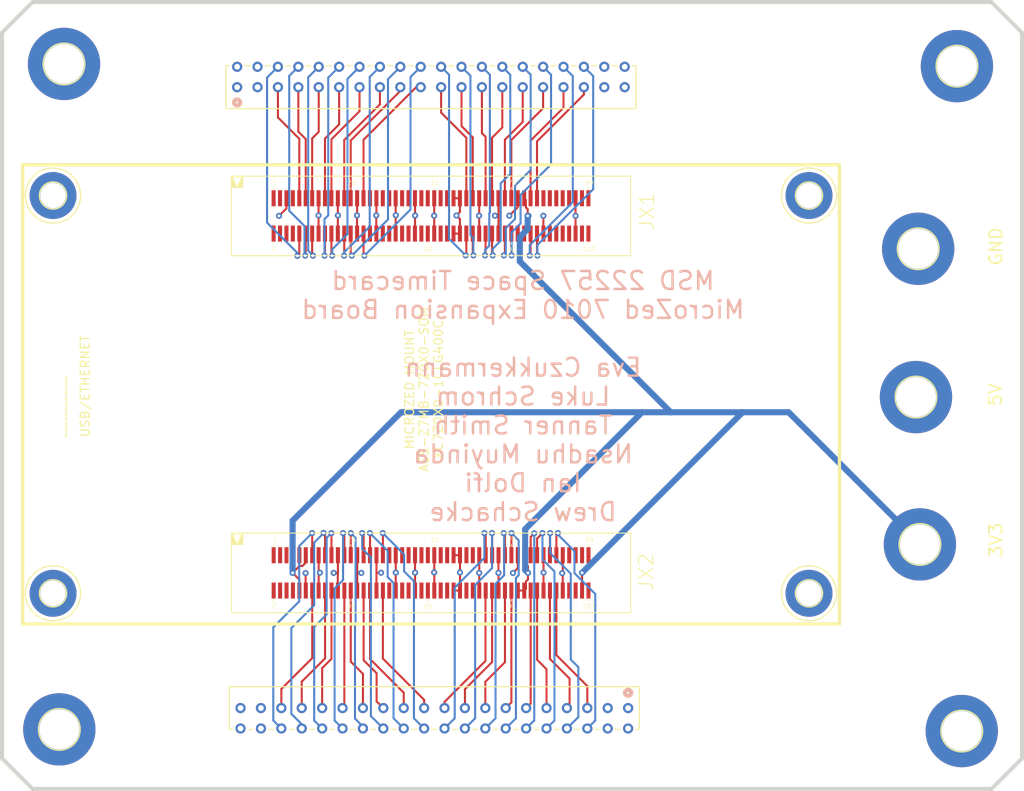
<source format=kicad_pcb>
(kicad_pcb (version 20241229) (generator "pcbnew") (generator_version "9.0")
  (layers (0 "F.Cu" signal) (2 "B.Cu" signal) (13 "F.Paste" user) (15 "B.Paste" user) (5 "F.SilkS" user "F.Silkscreen") (7 "B.SilkS" user "B.Silkscreen") (1 "F.Mask" user) (3 "B.Mask" user) (25 "Edge.Cuts" user))
  (net 0 "")
  (net 1 "GND")
  (net 2 "5V")
  (net 3 "3V3")
  (net 4 "35_J15")
  (net 5 "35_B19")
  (net 6 "35_A20")
  (net 7 "35_D19")
  (net 8 "35_D20")
  (net 9 "35_F16")
  (net 10 "35_F17")
  (net 11 "35_M19")
  (net 12 "35_M20")
  (net 13 "35_K19")
  (net 14 "35_J19")
  (net 15 "35_K17")
  (net 16 "35_K18")
  (net 17 "35_J18")
  (net 18 "35_H18")
  (net 19 "35_F19")
  (net 20 "35_F20")
  (net 21 "35_J20")
  (net 22 "35_H20")
  (net 23 "35_H15")
  (net 24 "35_G15")
  (net 25 "35_L14")
  (net 26 "35_L15")
  (net 27 "35_K16")
  (net 28 "35_J16")
  (net 29 "35_M15")
  (net 30 "35_M14")
  (net 31 "35_N16")
  (net 32 "35_N15")
  (net 33 "35_J14")
  (net 34 "35_K14")
  (net 35 "35_G20")
  (net 36 "35_G19")
  (net 37 "35_G18")
  (net 38 "35_G17")
  (net 39 "35_H17")
  (net 40 "35_H16")
  (net 41 "35_L17")
  (net 42 "35_L16")
  (net 43 "35_M18")
  (net 44 "35_M17")
  (net 45 "35_L20")
  (net 46 "35_L19")
  (net 47 "35_E19")
  (net 48 "35_E18")
  (net 49 "35_D18")
  (net 50 "35_E17")
  (net 51 "35_B20")
  (net 52 "35_C20")
  (net 53 "35_G14")
  (net 54 "34_N20")
  (net 55 "34_P20")
  (net 56 "34_U19")
  (net 57 "34_U18")
  (net 58 "34_W15")
  (net 59 "34_V15")
  (net 60 "34_Y14")
  (net 61 "34_W14")
  (net 62 "34_R14")
  (net 63 "34_P14")
  (net 64 "34_W13")
  (net 65 "34_V12")
  (net 66 "34_U12")
  (net 67 "34_T12")
  (net 68 "34_T19")
  (net 69 "34_V20")
  (net 70 "34_W20")
  (net 71 "34_V16")
  (net 72 "34_W16")
  (net 73 "34_T17")
  (net 74 "34_R18")
  (net 75 "34_W18")
  (net 76 "34_W19")
  (net 77 "34_P15")
  (net 78 "34_P16")
  (net 79 "34_P18")
  (net 80 "34_N17")
  (net 81 "34_V18")
  (net 82 "34_V17")
  (net 83 "34_R17")
  (net 84 "34_R16")
  (net 85 "34_Y19")
  (net 86 "34_Y18")
  (net 87 "34_U20")
  (net 88 "34_T20")
  (net 89 "34_P19")
  (net 90 "34_N18")
  (net 91 "34_U15")
  (net 92 "34_U14")
  (net 93 "34_U17")
  (net 94 "34_T16")
  (net 95 "34_Y17")
  (net 96 "34_Y16")
  (net 97 "34_T15")
  (net 98 "34_T14")
  (net 99 "34_V13")
  (net 100 "34_U13")
  (net 101 "34_T10")
  (net 102 "34_T11")
  (net 103 "34_R19")
  (footprint "ZED_BREAKOUT v32:CON40_2X20_TU_HTS_SAI" (layer "F.Cu") (at 138.826575 145.194737 180)
    (property "Reference" "J2")
    (property "Value" "TD-120-G-AACON40_2X20_TU_HTS_SAI")
  )
  (footprint "ZED_BREAKOUT v32:61083-102402LF_1104291" (layer "F.Cu") (at 116.312125 82.640487)
    (property "Reference" "JX1")
    (property "Value" "61083-102402LF")
  )
  (footprint "ZED_BREAKOUT v32:3,2-PAD" (layer "F.Cu") (at 185.480325 80.100487 180)
    (property "Reference" "E$1" (hide yes))
    (property "Value" "" (hide yes))
  )
  (footprint "ZED_BREAKOUT v32:61083-102402LF_1104291" (layer "F.Cu") (at 116.322125 127.090487)
    (property "Reference" "JX2")
    (property "Value" "61083-102402LF")
  )
  (footprint "ZED_BREAKOUT v32:CON40_2X20_TU_HTS_SAI" (layer "F.Cu") (at 138.401425 65.339912)
    (property "Reference" "J1")
    (property "Value" "TD-120-G-AACON40_2X20_TU_HTS_SAI")
  )
  (footprint "ZED_BREAKOUT v32:5,0-PAD_237" (layer "F.Cu") (at 92.71635 63.717487)
    (property "Reference" "H802" (hide yes))
    (property "Value" "MOUNT-PAD-ROUND5.0" (hide yes))
  )
  (footprint "ZED_BREAKOUT v32:5,0-PAD_237" (layer "F.Cu") (at 204.50175 146.785012)
    (property "Reference" "H804" (hide yes))
    (property "Value" "MOUNT-PAD-ROUND5.0" (hide yes))
  )
  (footprint "ZED_BREAKOUT v32:5,0-PAD_237" (layer "F.Cu") (at 92.13215 146.575462)
    (property "Reference" "H803" (hide yes))
    (property "Value" "MOUNT-PAD-ROUND5.0" (hide yes))
  )
  (footprint "ZED_BREAKOUT v32:5,0-PAD_237" (layer "F.Cu") (at 199.075675 86.733062)
    (property "Reference" "H1" (hide yes))
    (property "Value" "MOUNT-PAD-ROUND5.0" (hide yes))
  )
  (footprint "ZED_BREAKOUT v32:5,0-PAD_237" (layer "F.Cu") (at 198.802625 105.198862)
    (property "Reference" "H3" (hide yes))
    (property "Value" "MOUNT-PAD-ROUND5.0" (hide yes))
  )
  (footprint "ZED_BREAKOUT v32:5,0-PAD_237" (layer "F.Cu") (at 203.901675 63.987362)
    (property "Reference" "H801" (hide yes))
    (property "Value" "MOUNT-PAD-ROUND5.0" (hide yes))
  )
  (footprint "ZED_BREAKOUT v32:3,2-PAD" (layer "F.Cu") (at 91.347925 129.630487 180)
    (property "Reference" "E$3" (hide yes))
    (property "Value" "" (hide yes))
  )
  (footprint "ZED_BREAKOUT v32:3,2-PAD" (layer "F.Cu") (at 185.480325 129.630487 180)
    (property "Reference" "E$2" (hide yes))
    (property "Value" "" (hide yes))
  )
  (footprint "ZED_BREAKOUT v32:3,2-PAD" (layer "F.Cu") (at 91.347925 80.100487 180)
    (property "Reference" "E$4" (hide yes))
    (property "Value" "" (hide yes))
  )
  (footprint "ZED_BREAKOUT v32:5,0-PAD_237" (layer "F.Cu") (at 199.291575 123.544912)
    (property "Reference" "H2" (hide yes))
    (property "Value" "MOUNT-PAD-ROUND5.0" (hide yes))
  )
  (gr_line (start 189.264925 133.453187) (end 189.264925 76.277787) (stroke (width 0.4064)) (layer "F.SilkS"))
  (gr_line (start 87.563325 133.453187) (end 189.264925 133.453187) (stroke (width 0.4064)) (layer "F.SilkS"))
  (gr_line (start 87.563325 76.277787) (end 87.563325 133.453187) (stroke (width 0.4064)) (layer "F.SilkS"))
  (gr_line (start 189.264925 76.277787) (end 87.563325 76.277787) (stroke (width 0.4064)) (layer "F.SilkS"))
  (gr_line (start 208.194275 153.998612) (end 212.004275 150.188612) (stroke (width 0.508)) (layer "Edge.Cuts"))
  (gr_line (start 212.004275 150.188612) (end 212.004275 59.818587) (stroke (width 0.508)) (layer "Edge.Cuts"))
  (gr_line (start 208.194275 56.008587) (end 212.004275 59.818587) (stroke (width 0.508)) (layer "Edge.Cuts"))
  (gr_line (start 84.997925 59.818587) (end 88.807925 56.008587) (stroke (width 0.508)) (layer "Edge.Cuts"))
  (gr_line (start 84.997925 59.818587) (end 84.997925 150.188612) (stroke (width 0.508)) (layer "Edge.Cuts"))
  (gr_line (start 208.194275 56.008587) (end 88.807925 56.008587) (stroke (width 0.508)) (layer "Edge.Cuts"))
  (gr_line (start 84.997925 150.188612) (end 88.807925 153.998612) (stroke (width 0.508)) (layer "Edge.Cuts"))
  (gr_line (start 88.807925 153.998612) (end 208.194275 153.998612) (stroke (width 0.508)) (layer "Edge.Cuts"))
  (gr_text "^^^^^^^^^^^^\nUSB/ETHERNET\n" (at 95.9993 110.304262 90) (layer "F.SilkS") (effects (font (size 1.1176 1.1176) (thickness 0.1524)) (justify left bottom)))
  (gr_text "MICROZED MOUNT\nAES-Z7MB-7Z0X0-SOM\nXC7Z0X0-1CLG400C" (at 139.988925 104.259062 90) (layer "F.SilkS") (effects (font (size 1.1176 1.1176) (thickness 0.1524)) (justify bottom)))
  (gr_text "GND" (at 209.668897 86.434612 90) (layer "F.SilkS") (effects (font (size 1.56464 1.56464) (thickness 0.21336)) (justify bottom)))
  (gr_text "3V3" (at 209.672072 123.004262 90) (layer "F.SilkS") (effects (font (size 1.56464 1.56464) (thickness 0.21336)) (justify bottom)))
  (gr_text "5V" (at 209.608572 104.897237 90) (layer "F.SilkS") (effects (font (size 1.56464 1.56464) (thickness 0.21336)) (justify bottom)))
  (gr_text "MSD 22257 Space Timecard\nMicroZed 7010 Expansion Board\n\nEva Czukkermann\nLuke Schrom\nTanner Smith\nNsadhu Muyinda\nIan Dolfi\nDrew Schacke" (at 149.86635 120.810337 -0) (layer "B.SilkS") (effects (font (size 2.2352 2.2352) (thickness 0.3048)) (justify bottom mirror)))
  (segment (start 136.422125 127.055562) (end 136.422125 124.890487) (width 0.254) (layer "F.Cu") (net 1))
  (segment (start 129.222125 124.890487) (end 129.222125 127.090487) (width 0.254) (layer "F.Cu") (net 1))
  (segment (start 156.412125 84.840487) (end 156.412125 82.627787) (width 0.254) (layer "F.Cu") (net 1))
  (segment (start 129.200275 84.840487) (end 129.200275 82.576987) (width 0.254) (layer "F.Cu") (net 1))
  (segment (start 152.412125 84.840487) (end 152.403175 84.840487) (width 0.254) (layer "F.Cu") (net 1))
  (segment (start 152.41905 127.055562) (end 152.41905 129.290487) (width 0.254) (layer "F.Cu") (net 1))
  (segment (start 149.212125 80.440487) (end 149.212125 81.566106) (width 0.254) (layer "F.Cu") (net 1))
  (segment (start 124.422125 124.890487) (end 124.422125 127.071437) (width 0.254) (layer "F.Cu") (net 1))
  (segment (start 154.822125 127.055562) (end 154.822125 124.890487) (width 0.254) (layer "F.Cu") (net 1))
  (segment (start 146.812125 82.611912) (end 146.377375 82.611912) (width 0.254) (layer "F.Cu") (net 1))
  (segment (start 131.612125 82.576987) (end 131.5974 82.576987) (width 0.254) (layer "F.Cu") (net 1))
  (segment (start 136.426575 80.440487) (end 136.426575 82.592862) (width 0.254) (layer "F.Cu") (net 1))
  (segment (start 144.412125 80.440487) (end 144.412125 82.611912) (width 0.254) (layer "F.Cu") (net 1))
  (segment (start 126.812125 80.440487) (end 126.812125 82.576987) (width 0.254) (layer "F.Cu") (net 1))
  (segment (start 126.2972 127.090487) (end 126.806325 127.090487) (width 0.254) (layer "F.Cu") (net 1))
  (segment (start 124.422125 129.290487) (end 124.422125 127.071437) (width 0.254) (layer "F.Cu") (net 1))
  (segment (start 149.222125 124.890487) (end 149.222125 126.493287) (width 0.254) (layer "F.Cu") (net 1))
  (segment (start 154.816175 127.055562) (end 154.822125 127.055562) (width 0.254) (layer "F.Cu") (net 1))
  (segment (start 131.612125 80.440487) (end 131.612125 82.576987) (width 0.254) (layer "F.Cu") (net 1))
  (segment (start 136.422125 129.290487) (end 136.426575 129.290487) (width 0.254) (layer "F.Cu") (net 1))
  (segment (start 131.5974 84.840487) (end 131.612125 84.840487) (width 0.254) (layer "F.Cu") (net 1))
  (segment (start 134.022125 124.890487) (end 134.022125 127.055562) (width 0.254) (layer "F.Cu") (net 1))
  (segment (start 124.412125 82.576987) (end 124.412125 80.440487) (width 0.254) (layer "F.Cu") (net 1))
  (segment (start 146.808825 127.090487) (end 146.822125 127.090487) (width 0.254) (layer "F.Cu") (net 1))
  (segment (start 154.822125 129.290487) (end 154.816175 129.284537) (width 0.254) (layer "F.Cu") (net 1))
  (segment (start 138.822125 124.890487) (end 138.822125 127.036512) (width 0.254) (layer "F.Cu") (net 1))
  (segment (start 146.812125 84.840487) (end 146.812125 82.611912) (width 0.254) (layer "F.Cu") (net 1))
  (segment (start 136.426575 129.290487) (end 136.426575 127.055562) (width 0.254) (layer "F.Cu") (net 1))
  (segment (start 154.816175 127.055562) (end 154.747843 127.123894) (width 0.254) (layer "F.Cu") (net 1))
  (segment (start 156.4132 82.627787) (end 156.4132 80.440487) (width 0.254) (layer "F.Cu") (net 1))
  (segment (start 136.426575 82.592862) (end 136.426575 84.840487) (width 0.254) (layer "F.Cu") (net 1))
  (segment (start 146.822125 127.090487) (end 146.822125 129.290487) (width 0.254) (layer "F.Cu") (net 1))
  (segment (start 136.426575 127.055562) (end 136.422125 127.055562) (width 0.254) (layer "F.Cu") (net 1))
  (segment (start 152.422125 127.055562) (end 152.41905 127.055562) (width 0.254) (layer "F.Cu") (net 1))
  (segment (start 129.222125 127.090487) (end 129.730193 127.090487) (width 0.254) (layer "F.Cu") (net 1))
  (segment (start 129.212125 84.840487) (end 129.200275 84.840487) (width 0.254) (layer "F.Cu") (net 1))
  (segment (start 134.012125 80.440487) (end 134.012125 82.561112) (width 0.254) (layer "F.Cu") (net 1))
  (segment (start 138.822125 127.036512) (end 138.80465 127.036512) (width 0.254) (layer "F.Cu") (net 1))
  (segment (start 126.822125 124.890487) (end 126.822125 127.090487) (width 0.254) (layer "F.Cu") (net 1))
  (segment (start 134.022125 129.290487) (end 134.022125 127.055562) (width 0.254) (layer "F.Cu") (net 1))
  (segment (start 126.806325 127.090487) (end 126.806325 129.274687) (width 0.254) (layer "F.Cu") (net 1))
  (segment (start 138.812125 82.611912) (end 138.80465 82.611912) (width 0.254) (layer "F.Cu") (net 1))
  (segment (start 131.622125 127.071437) (end 132.194375 127.071437) (width 0.254) (layer "F.Cu") (net 1))
  (segment (start 124.4092 82.576987) (end 124.412125 82.576987) (width 0.254) (layer "F.Cu") (net 1))
  (segment (start 156.4132 80.440487) (end 156.412125 80.440487) (width 0.254) (layer "F.Cu") (net 1))
  (segment (start 134.022125 127.055562) (end 134.02945 127.055562) (width 0.254) (layer "F.Cu") (net 1))
  (segment (start 131.622125 124.890487) (end 131.622125 127.071437) (width 0.254) (layer "F.Cu") (net 1))
  (segment (start 144.412125 82.611912) (end 144.395825 82.611912) (width 0.254) (layer "F.Cu") (net 1))
  (segment (start 144.422125 124.890487) (end 144.422125 127.090487) (width 0.254) (layer "F.Cu") (net 1))
  (segment (start 131.622125 129.290487) (end 131.622125 127.071437) (width 0.254) (layer "F.Cu") (net 1))
  (segment (start 152.403175 84.840487) (end 152.403175 82.627787) (width 0.254) (layer "F.Cu") (net 1))
  (segment (start 129.212125 82.576987) (end 129.212125 80.440487) (width 0.254) (layer "F.Cu") (net 1))
  (segment (start 134.012125 84.840487) (end 134.012125 82.561112) (width 0.254) (layer "F.Cu") (net 1))
  (segment (start 152.41905 129.290487) (end 152.422125 129.290487) (width 0.254) (layer "F.Cu") (net 1))
  (segment (start 149.222125 126.493287) (end 148.618575 127.096837) (width 0.254) (layer "F.Cu") (net 1))
  (segment (start 146.808825 124.890487) (end 146.808825 127.090487) (width 0.254) (layer "F.Cu") (net 1))
  (segment (start 156.412125 82.627787) (end 156.4132 82.627787) (width 0.254) (layer "F.Cu") (net 1))
  (segment (start 126.812125 82.576987) (end 126.8222 82.576987) (width 0.254) (layer "F.Cu") (net 1))
  (segment (start 131.5974 82.576987) (end 131.5974 84.840487) (width 0.254) (layer "F.Cu") (net 1))
  (segment (start 129.222125 129.290487) (end 129.222125 127.090487) (width 0.254) (layer "F.Cu") (net 1))
  (segment (start 152.422125 124.890487) (end 152.422125 127.055562) (width 0.254) (layer "F.Cu") (net 1))
  (segment (start 138.822125 129.290487) (end 138.822125 127.036512) (width 0.254) (layer "F.Cu") (net 1))
  (segment (start 138.812125 80.440487) (end 138.812125 82.611912) (width 0.254) (layer "F.Cu") (net 1))
  (segment (start 154.816175 129.284537) (end 154.816175 127.055562) (width 0.254) (layer "F.Cu") (net 1))
  (segment (start 138.812125 84.840487) (end 138.812125 82.611912) (width 0.254) (layer "F.Cu") (net 1))
  (segment (start 146.812125 80.440487) (end 146.812125 82.611912) (width 0.254) (layer "F.Cu") (net 1))
  (segment (start 124.412125 84.840487) (end 124.4092 84.840487) (width 0.254) (layer "F.Cu") (net 1))
  (segment (start 126.806325 129.274687) (end 126.822125 129.290487) (width 0.254) (layer "F.Cu") (net 1))
  (segment (start 144.412125 84.840487) (end 144.412125 82.611912) (width 0.254) (layer "F.Cu") (net 1))
  (segment (start 124.4092 84.840487) (end 124.4092 82.576987) (width 0.254) (layer "F.Cu") (net 1))
  (segment (start 144.422125 127.090487) (end 144.414875 127.090487) (width 0.254) (layer "F.Cu") (net 1))
  (segment (start 146.822125 124.890487) (end 146.808825 124.890487) (width 0.254) (layer "F.Cu") (net 1))
  (segment (start 149.212125 81.566106) (end 148.163143 82.615087) (width 0.254) (layer "F.Cu") (net 1))
  (segment (start 144.422125 129.290487) (end 144.422125 127.090487) (width 0.254) (layer "F.Cu") (net 1))
  (segment (start 126.822125 127.090487) (end 126.806325 127.090487) (width 0.254) (layer "F.Cu") (net 1))
  (segment (start 129.200275 82.576987) (end 129.212125 82.576987) (width 0.254) (layer "F.Cu") (net 1))
  (segment (start 126.812125 84.840487) (end 126.812125 82.576987) (width 0.254) (layer "F.Cu") (net 1))
  (segment (start 136.426575 84.840487) (end 136.412125 84.840487) (width 0.254) (layer "F.Cu") (net 1))
  (segment (start 136.412125 80.440487) (end 136.426575 80.440487) (width 0.254) (layer "F.Cu") (net 1))
  (segment (start 124.422125 127.071437) (end 124.574375 127.071437) (width 0.254) (layer "F.Cu") (net 1))
  (segment (start 134.012125 82.561112) (end 134.02945 82.561112) (width 0.254) (layer "F.Cu") (net 1))
  (via (at 124.4092 82.576987) (size 0.7564) (drill 0.35) (layers "F.Cu" "B.Cu") (net 1))
  (via (at 152.41905 127.055562) (size 0.7564) (drill 0.35) (layers "F.Cu" "B.Cu") (net 1))
  (via (at 138.80465 82.611912) (size 0.7564) (drill 0.35) (layers "F.Cu" "B.Cu") (net 1))
  (via (at 144.414875 127.090487) (size 0.7564) (drill 0.35) (layers "F.Cu" "B.Cu") (net 1))
  (via (at 146.808825 127.090487) (size 0.7564) (drill 0.35) (layers "F.Cu" "B.Cu") (net 1))
  (via (at 134.02945 127.055562) (size 0.7564) (drill 0.35) (layers "F.Cu" "B.Cu") (net 1))
  (via (at 154.747843 127.123894) (size 0.7564) (drill 0.35) (layers "F.Cu" "B.Cu") (net 1))
  (via (at 132.194375 127.071437) (size 0.7564) (drill 0.35) (layers "F.Cu" "B.Cu") (net 1))
  (via (at 148.618575 127.096837) (size 0.7564) (drill 0.35) (layers "F.Cu" "B.Cu") (net 1))
  (via (at 138.80465 127.036512) (size 0.7564) (drill 0.35) (layers "F.Cu" "B.Cu") (net 1))
  (via (at 148.163143 82.615087) (size 0.7564) (drill 0.35) (layers "F.Cu" "B.Cu") (net 1))
  (via (at 156.4132 82.627787) (size 0.7564) (drill 0.35) (layers "F.Cu" "B.Cu") (net 1))
  (via (at 129.730193 127.090487) (size 0.7564) (drill 0.35) (layers "F.Cu" "B.Cu") (net 1))
  (via (at 144.395825 82.611912) (size 0.7564) (drill 0.35) (layers "F.Cu" "B.Cu") (net 1))
  (via (at 136.426575 82.592862) (size 0.7564) (drill 0.35) (layers "F.Cu" "B.Cu") (net 1))
  (via (at 126.2972 127.090487) (size 0.7564) (drill 0.35) (layers "F.Cu" "B.Cu") (net 1))
  (via (at 131.5974 82.576987) (size 0.7564) (drill 0.35) (layers "F.Cu" "B.Cu") (net 1))
  (via (at 136.426575 127.055562) (size 0.7564) (drill 0.35) (layers "F.Cu" "B.Cu") (net 1))
  (via (at 134.02945 82.561112) (size 0.7564) (drill 0.35) (layers "F.Cu" "B.Cu") (net 1))
  (via (at 152.403175 82.627787) (size 0.7564) (drill 0.35) (layers "F.Cu" "B.Cu") (net 1))
  (via (at 126.8222 82.576987) (size 0.7564) (drill 0.35) (layers "F.Cu" "B.Cu") (net 1))
  (via (at 129.200275 82.576987) (size 0.7564) (drill 0.35) (layers "F.Cu" "B.Cu") (net 1))
  (via (at 124.574375 127.071437) (size 0.7564) (drill 0.35) (layers "F.Cu" "B.Cu") (net 1))
  (via (at 146.377375 82.611912) (size 0.7564) (drill 0.35) (layers "F.Cu" "B.Cu") (net 1))
  (segment (start 120.412125 81.709587) (end 119.49075 82.630962) (width 0.254) (layer "F.Cu") (net 2))
  (segment (start 141.222125 129.290487) (end 142.022125 129.290487) (width 0.254) (layer "F.Cu") (net 2))
  (segment (start 142.012125 82.150812) (end 142.012125 80.440487) (width 0.254) (layer "F.Cu") (net 2))
  (segment (start 142.012125 83.022212) (end 142.012125 84.840487) (width 0.254) (layer "F.Cu") (net 2))
  (segment (start 122.822125 129.290487) (end 122.799475 129.267837) (width 0.254) (layer "F.Cu") (net 2))
  (segment (start 142.020925 129.289287) (end 142.020925 127.036512) (width 0.254) (layer "F.Cu") (net 2))
  (segment (start 141.222125 124.890487) (end 142.022125 124.890487) (width 0.254) (layer "F.Cu") (net 2))
  (segment (start 141.576425 82.586512) (end 142.012125 83.022212) (width 0.254) (layer "F.Cu") (net 2))
  (segment (start 141.576425 82.586512) (end 142.012125 82.150812) (width 0.254) (layer "F.Cu") (net 2))
  (segment (start 141.212125 80.440487) (end 142.012125 80.440487) (width 0.254) (layer "F.Cu") (net 2))
  (segment (start 142.022125 127.035312) (end 142.020925 127.036512) (width 0.254) (layer "F.Cu") (net 2))
  (segment (start 142.022125 129.290487) (end 142.020925 129.289287) (width 0.254) (layer "F.Cu") (net 2))
  (segment (start 142.022125 124.890487) (end 142.022125 127.035312) (width 0.254) (layer "F.Cu") (net 2))
  (segment (start 141.212125 84.840487) (end 142.012125 84.840487) (width 0.254) (layer "F.Cu") (net 2))
  (segment (start 120.412125 80.440487) (end 120.412125 81.709587) (width 0.254) (layer "F.Cu") (net 2))
  (segment (start 122.799475 129.267837) (end 122.799475 127.112712) (width 0.254) (layer "F.Cu") (net 2))
  (via (at 119.49075 82.630962) (size 0.7564) (drill 0.35) (layers "F.Cu" "B.Cu") (net 2))
  (via (at 142.020925 127.036512) (size 0.7564) (drill 0.35) (layers "F.Cu" "B.Cu") (net 2))
  (via (at 141.576425 82.586512) (size 0.7564) (drill 0.35) (layers "F.Cu" "B.Cu") (net 2))
  (via (at 122.799475 127.112712) (size 0.7564) (drill 0.35) (layers "F.Cu" "B.Cu") (net 2))
  (segment (start 157.222125 127.074612) (end 157.229175 127.074612) (width 0.254) (layer "F.Cu") (net 3))
  (segment (start 150.241925 129.070687) (end 150.241925 128.153712) (width 0.254) (layer "F.Cu") (net 3))
  (segment (start 149.212125 84.840487) (end 150.012125 84.840487) (width 0.254) (layer "F.Cu") (net 3))
  (segment (start 150.485475 127.910162) (end 150.485475 127.080962) (width 0.254) (layer "F.Cu") (net 3))
  (segment (start 150.485475 126.270812) (end 150.485475 127.080962) (width 0.254) (layer "F.Cu") (net 3))
  (segment (start 150.453725 83.481912) (end 150.453725 82.630962) (width 0.254) (layer "F.Cu") (net 3))
  (segment (start 150.241925 125.110287) (end 150.241925 126.027262) (width 0.254) (layer "F.Cu") (net 3))
  (segment (start 150.012125 80.440487) (end 150.231925 80.660287) (width 0.254) (layer "F.Cu") (net 3))
  (segment (start 149.222125 129.290487) (end 150.022125 129.290487) (width 0.254) (layer "F.Cu") (net 3))
  (segment (start 150.231925 80.660287) (end 150.231925 81.577262) (width 0.254) (layer "F.Cu") (net 3))
  (segment (start 122.022125 129.290487) (end 122.022125 127.926037) (width 0.254) (layer "F.Cu") (net 3))
  (segment (start 150.453725 81.799062) (end 150.453725 82.630962) (width 0.254) (layer "F.Cu") (net 3))
  (segment (start 122.037325 126.220687) (end 122.4089 126.220687) (width 0.254) (layer "F.Cu") (net 3))
  (segment (start 150.231925 84.620687) (end 150.231925 83.703712) (width 0.254) (layer "F.Cu") (net 3))
  (segment (start 150.241925 126.027262) (end 150.485475 126.270812) (width 0.254) (layer "F.Cu") (net 3))
  (segment (start 122.4089 126.220687) (end 122.822125 125.807462) (width 0.254) (layer "F.Cu") (net 3))
  (segment (start 150.012125 84.840487) (end 150.231925 84.620687) (width 0.254) (layer "F.Cu") (net 3))
  (segment (start 121.17705 127.080962) (end 122.037325 126.220687) (width 0.254) (layer "F.Cu") (net 3))
  (segment (start 157.222125 129.290487) (end 157.222125 127.074612) (width 0.254) (layer "F.Cu") (net 3))
  (segment (start 122.022125 127.926037) (end 121.17705 127.080962) (width 0.254) (layer "F.Cu") (net 3))
  (segment (start 150.022125 129.290487) (end 150.241925 129.070687) (width 0.254) (layer "F.Cu") (net 3))
  (segment (start 150.231925 81.577262) (end 150.453725 81.799062) (width 0.254) (layer "F.Cu") (net 3))
  (segment (start 150.231925 83.703712) (end 150.453725 83.481912) (width 0.254) (layer "F.Cu") (net 3))
  (segment (start 150.022125 124.890487) (end 150.241925 125.110287) (width 0.254) (layer "F.Cu") (net 3))
  (segment (start 122.822125 125.807462) (end 122.822125 124.890487) (width 0.254) (layer "F.Cu") (net 3))
  (segment (start 150.241925 128.153712) (end 150.485475 127.910162) (width 0.254) (layer "F.Cu") (net 3))
  (via (at 157.229175 127.074612) (size 0.7564) (drill 0.35) (layers "F.Cu" "B.Cu") (net 3))
  (via (at 121.17705 127.080962) (size 0.7564) (drill 0.35) (layers "F.Cu" "B.Cu") (net 3))
  (via (at 150.453725 82.630962) (size 0.7564) (drill 0.35) (layers "F.Cu" "B.Cu") (net 3))
  (via (at 150.485475 127.080962) (size 0.7564) (drill 0.35) (layers "F.Cu" "B.Cu") (net 3))
  (segment (start 121.17705 120.591262) (end 121.17705 127.080962) (width 0.762) (layer "B.Cu") (net 3))
  (segment (start 199.291575 123.436962) (end 182.940325 107.085712) (width 0.762) (layer "B.Cu") (net 3))
  (segment (start 168.25595 107.085712) (end 164.696775 107.085712) (width 0.762) (layer "B.Cu") (net 3))
  (segment (start 168.26865 107.098412) (end 168.25595 107.085712) (width 0.762) (layer "B.Cu") (net 3))
  (segment (start 164.696775 107.085712) (end 134.6826 107.085712) (width 0.762) (layer "B.Cu") (net 3))
  (segment (start 150.453725 84.282219) (end 149.4747 85.261244) (width 0.762) (layer "B.Cu") (net 3))
  (segment (start 177.19675 107.107037) (end 177.19675 107.085712) (width 0.762) (layer "B.Cu") (net 3))
  (segment (start 164.696775 107.085712) (end 150.1394 121.643087) (width 0.762) (layer "B.Cu") (net 3))
  (segment (start 150.1394 121.643087) (end 150.1394 126.734887) (width 0.762) (layer "B.Cu") (net 3))
  (segment (start 157.229175 127.074612) (end 177.19675 107.107037) (width 0.762) (layer "B.Cu") (net 3))
  (segment (start 182.940325 107.085712) (end 177.19675 107.085712) (width 0.762) (layer "B.Cu") (net 3))
  (segment (start 168.25595 107.085712) (end 177.19675 107.085712) (width 0.762) (layer "B.Cu") (net 3))
  (segment (start 150.560775 82.630962) (end 150.453725 82.630962) (width 0.762) (layer "B.Cu") (net 3))
  (segment (start 150.453725 82.630962) (end 150.453725 84.282219) (width 0.762) (layer "B.Cu") (net 3))
  (segment (start 134.6826 107.085712) (end 121.17705 120.591262) (width 0.762) (layer "B.Cu") (net 3))
  (segment (start 150.1394 126.734887) (end 150.485475 127.080962) (width 0.762) (layer "B.Cu") (net 3))
  (segment (start 149.4747 88.304462) (end 168.25595 107.085712) (width 0.762) (layer "B.Cu") (net 3))
  (segment (start 149.4747 85.261244) (end 149.4747 88.304462) (width 0.762) (layer "B.Cu") (net 3))
  (segment (start 199.291575 123.544912) (end 199.291575 123.436962) (width 0.762) (layer "B.Cu") (net 3))
  (segment (start 119.776575 141.543487) (end 119.776575 143.924737) (width 0.254) (layer "F.Cu") (net 4))
  (segment (start 123.622125 129.290487) (end 123.622125 137.697937) (width 0.254) (layer "F.Cu") (net 4))
  (segment (start 123.622125 137.697937) (end 119.776575 141.543487) (width 0.254) (layer "F.Cu") (net 4))
  (segment (start 125.222125 129.290487) (end 125.222125 137.729887) (width 0.254) (layer "F.Cu") (net 5))
  (segment (start 125.222125 137.729887) (end 122.316575 140.635437) (width 0.254) (layer "F.Cu") (net 5))
  (segment (start 122.316575 140.635437) (end 122.316575 143.924737) (width 0.254) (layer "F.Cu") (net 5))
  (segment (start 124.856575 138.949512) (end 124.856575 143.924737) (width 0.254) (layer "F.Cu") (net 6))
  (segment (start 126.022125 129.290487) (end 126.022125 137.783962) (width 0.254) (layer "F.Cu") (net 6))
  (segment (start 126.022125 137.783962) (end 124.856575 138.949512) (width 0.254) (layer "F.Cu") (net 6))
  (segment (start 127.622125 143.699187) (end 127.622125 129.290487) (width 0.254) (layer "F.Cu") (net 7))
  (segment (start 127.396575 143.924737) (end 127.622125 143.699187) (width 0.254) (layer "F.Cu") (net 7))
  (segment (start 128.422125 138.146262) (end 128.422125 129.290487) (width 0.254) (layer "F.Cu") (net 8))
  (segment (start 129.936575 139.660712) (end 128.422125 138.146262) (width 0.254) (layer "F.Cu") (net 8))
  (segment (start 129.936575 143.924737) (end 129.936575 139.660712) (width 0.254) (layer "F.Cu") (net 8))
  (segment (start 132.476575 143.924737) (end 131.638375 143.086537) (width 0.254) (layer "F.Cu") (net 9))
  (segment (start 131.638375 143.086537) (end 131.638375 139.582456) (width 0.254) (layer "F.Cu") (net 9))
  (segment (start 131.638375 139.582456) (end 130.022125 137.966206) (width 0.254) (layer "F.Cu") (net 9))
  (segment (start 130.022125 137.966206) (end 130.022125 129.290487) (width 0.254) (layer "F.Cu") (net 9))
  (segment (start 130.822125 129.290487) (end 130.822125 137.814825) (width 0.254) (layer "F.Cu") (net 10))
  (segment (start 130.822125 137.814825) (end 135.016575 142.009275) (width 0.254) (layer "F.Cu") (net 10))
  (segment (start 135.016575 142.009275) (end 135.016575 143.924737) (width 0.254) (layer "F.Cu") (net 10))
  (segment (start 137.556575 143.924737) (end 137.556575 142.902387) (width 0.254) (layer "F.Cu") (net 11))
  (segment (start 132.422125 137.767937) (end 132.422125 129.290487) (width 0.254) (layer "F.Cu") (net 11))
  (segment (start 137.556575 142.902387) (end 132.422125 137.767937) (width 0.254) (layer "F.Cu") (net 11))
  (segment (start 145.196725 129.315887) (end 145.222125 129.290487) (width 0.254) (layer "F.Cu") (net 21))
  (segment (start 145.196725 129.315887) (end 145.196725 138.049887) (width 0.254) (layer "F.Cu") (net 21))
  (segment (start 145.196725 138.049887) (end 140.096575 143.150037) (width 0.254) (layer "F.Cu") (net 21))
  (segment (start 140.096575 143.150037) (end 140.096575 143.924737) (width 0.254) (layer "F.Cu") (net 21))
  (segment (start 142.636575 141.572062) (end 142.636575 143.924737) (width 0.254) (layer "F.Cu") (net 22))
  (segment (start 146.022125 129.290487) (end 146.022125 138.186512) (width 0.254) (layer "F.Cu") (net 22))
  (segment (start 146.022125 138.186512) (end 142.636575 141.572062) (width 0.254) (layer "F.Cu") (net 22))
  (segment (start 147.622125 129.290487) (end 147.622125 138.208937) (width 0.254) (layer "F.Cu") (net 23))
  (segment (start 147.622125 138.208937) (end 145.176575 140.654487) (width 0.254) (layer "F.Cu") (net 23))
  (segment (start 145.176575 140.654487) (end 145.176575 143.924737) (width 0.254) (layer "F.Cu") (net 23))
  (segment (start 148.422125 143.219187) (end 148.422125 129.290487) (width 0.254) (layer "F.Cu") (net 24))
  (segment (start 147.716575 143.924737) (end 148.422125 143.219187) (width 0.254) (layer "F.Cu") (net 24))
  (segment (start 150.822125 143.359187) (end 150.822125 129.290487) (width 0.254) (layer "F.Cu") (net 25))
  (segment (start 150.256575 143.924737) (end 150.822125 143.359187) (width 0.254) (layer "F.Cu") (net 25))
  (segment (start 152.796575 139.082862) (end 151.622125 137.908412) (width 0.254) (layer "F.Cu") (net 26))
  (segment (start 151.622125 137.908412) (end 151.622125 129.290487) (width 0.254) (layer "F.Cu") (net 26))
  (segment (start 152.796575 143.924737) (end 152.796575 139.082862) (width 0.254) (layer "F.Cu") (net 26))
  (segment (start 155.66995 143.591362) (end 155.336575 143.924737) (width 0.254) (layer "F.Cu") (net 27))
  (segment (start 155.66995 140.255556) (end 155.66995 143.591362) (width 0.254) (layer "F.Cu") (net 27))
  (segment (start 153.222125 137.807731) (end 155.66995 140.255556) (width 0.254) (layer "F.Cu") (net 27))
  (segment (start 153.222125 129.290487) (end 153.222125 137.807731) (width 0.254) (layer "F.Cu") (net 27))
  (segment (start 154.022125 137.330262) (end 154.022125 129.290487) (width 0.254) (layer "F.Cu") (net 28))
  (segment (start 157.876575 143.924737) (end 157.876575 141.184712) (width 0.254) (layer "F.Cu") (net 28))
  (segment (start 157.876575 141.184712) (end 154.022125 137.330262) (width 0.254) (layer "F.Cu") (net 28))
  (segment (start 154.022125 122.321037) (end 154.208825 122.134337) (width 0.254) (layer "F.Cu") (net 29))
  (segment (start 154.022125 124.890487) (end 154.022125 122.321037) (width 0.254) (layer "F.Cu") (net 29))
  (via (at 154.208825 122.134337) (size 0.7564) (drill 0.35) (layers "F.Cu" "B.Cu") (net 29))
  (segment (start 156.27425 124.386162) (end 154.208825 122.320737) (width 0.254) (layer "B.Cu") (net 29))
  (segment (start 154.208825 122.320737) (end 154.208825 122.134337) (width 0.254) (layer "B.Cu") (net 29))
  (segment (start 158.867175 129.718416) (end 156.27425 127.125491) (width 0.254) (layer "B.Cu") (net 29))
  (segment (start 156.27425 127.125491) (end 156.27425 124.386162) (width 0.254) (layer "B.Cu") (net 29))
  (segment (start 158.867175 145.474137) (end 158.867175 129.718416) (width 0.254) (layer "B.Cu") (net 29))
  (segment (start 157.876575 146.464737) (end 158.867175 145.474137) (width 0.254) (layer "B.Cu") (net 29))
  (segment (start 153.222125 124.890487) (end 153.222125 122.161437) (width 0.254) (layer "F.Cu") (net 30))
  (segment (start 153.222125 122.161437) (end 153.249225 122.134337) (width 0.254) (layer "F.Cu") (net 30))
  (via (at 153.249225 122.134337) (size 0.7564) (drill 0.35) (layers "F.Cu" "B.Cu") (net 30))
  (segment (start 155.817046 137.886184) (end 156.758975 138.828112) (width 0.254) (layer "B.Cu") (net 30))
  (segment (start 155.817046 127.191259) (end 155.817046 137.886184) (width 0.254) (layer "B.Cu") (net 30))
  (segment (start 156.758975 138.828112) (end 156.758975 145.042337) (width 0.254) (layer "B.Cu") (net 30))
  (segment (start 153.249225 124.623437) (end 155.817046 127.191259) (width 0.254) (layer "B.Cu") (net 30))
  (segment (start 153.249225 122.134337) (end 153.249225 124.623437) (width 0.254) (layer "B.Cu") (net 30))
  (segment (start 156.758975 145.042337) (end 155.336575 146.464737) (width 0.254) (layer "B.Cu") (net 30))
  (segment (start 151.622125 124.890487) (end 151.622125 122.814537) (width 0.254) (layer "F.Cu") (net 31))
  (segment (start 151.622125 122.814537) (end 152.289625 122.147037) (width 0.254) (layer "F.Cu") (net 31))
  (via (at 152.289625 122.147037) (size 0.7564) (drill 0.35) (layers "F.Cu" "B.Cu") (net 31))
  (segment (start 152.289625 122.147037) (end 152.289625 125.412875) (width 0.254) (layer "B.Cu") (net 31))
  (segment (start 152.289625 125.412875) (end 153.787175 126.910425) (width 0.254) (layer "B.Cu") (net 31))
  (segment (start 153.787175 145.474137) (end 152.796575 146.464737) (width 0.254) (layer "B.Cu") (net 31))
  (segment (start 153.787175 126.910425) (end 153.787175 145.474137) (width 0.254) (layer "B.Cu") (net 31))
  (segment (start 150.822125 122.6127) (end 151.270818 122.164006) (width 0.254) (layer "F.Cu") (net 32))
  (segment (start 150.822125 124.890487) (end 150.822125 122.6127) (width 0.254) (layer "F.Cu") (net 32))
  (via (at 151.270818 122.164006) (size 0.7564) (drill 0.35) (layers "F.Cu" "B.Cu") (net 32))
  (segment (start 151.270818 145.450494) (end 151.270818 122.164006) (width 0.254) (layer "B.Cu") (net 32))
  (segment (start 150.256575 146.464737) (end 151.270818 145.450494) (width 0.254) (layer "B.Cu") (net 32))
  (segment (start 148.422125 122.140287) (end 148.428075 122.134337) (width 0.254) (layer "F.Cu") (net 33))
  (segment (start 148.422125 124.890487) (end 148.422125 122.140287) (width 0.254) (layer "F.Cu") (net 33))
  (via (at 148.428075 122.134337) (size 0.7564) (drill 0.35) (layers "F.Cu" "B.Cu") (net 33))
  (segment (start 149.326975 123.033237) (end 148.428075 122.134337) (width 0.254) (layer "B.Cu") (net 33))
  (segment (start 148.986575 127.730681) (end 149.326975 127.390281) (width 0.254) (layer "B.Cu") (net 33))
  (segment (start 148.986575 145.194737) (end 148.986575 127.730681) (width 0.254) (layer "B.Cu") (net 33))
  (segment (start 149.326975 127.390281) (end 149.326975 123.033237) (width 0.254) (layer "B.Cu") (net 33))
  (segment (start 147.716575 146.464737) (end 148.986575 145.194737) (width 0.254) (layer "B.Cu") (net 33))
  (segment (start 147.622125 124.890487) (end 147.622125 122.287987) (width 0.254) (layer "F.Cu") (net 34))
  (segment (start 147.622125 122.287987) (end 147.468475 122.134337) (width 0.254) (layer "F.Cu") (net 34))
  (via (at 147.468475 122.134337) (size 0.7564) (drill 0.35) (layers "F.Cu" "B.Cu") (net 34))
  (segment (start 146.446575 128.454581) (end 147.517225 127.383931) (width 0.254) (layer "B.Cu") (net 34))
  (segment (start 147.517225 122.183087) (end 147.468475 122.134337) (width 0.254) (layer "B.Cu") (net 34))
  (segment (start 147.517225 127.383931) (end 147.517225 122.183087) (width 0.254) (layer "B.Cu") (net 34))
  (segment (start 145.176575 146.464737) (end 146.446575 145.194737) (width 0.254) (layer "B.Cu") (net 34))
  (segment (start 146.446575 145.194737) (end 146.446575 128.454581) (width 0.254) (layer "B.Cu") (net 34))
  (segment (start 146.022125 122.141387) (end 146.015075 122.134337) (width 0.254) (layer "F.Cu") (net 35))
  (segment (start 146.022125 124.890487) (end 146.022125 122.141387) (width 0.254) (layer "F.Cu") (net 35))
  (via (at 146.015075 122.134337) (size 0.7564) (drill 0.35) (layers "F.Cu" "B.Cu") (net 35))
  (segment (start 142.636575 146.464737) (end 143.906575 145.194737) (width 0.254) (layer "B.Cu") (net 35))
  (segment (start 143.906575 145.194737) (end 143.906575 128.600631) (width 0.254) (layer "B.Cu") (net 35))
  (segment (start 143.906575 128.600631) (end 146.015075 126.492131) (width 0.254) (layer "B.Cu") (net 35))
  (segment (start 146.015075 126.492131) (end 146.015075 122.134337) (width 0.254) (layer "B.Cu") (net 35))
  (segment (start 145.222125 122.300987) (end 145.055475 122.134337) (width 0.254) (layer "F.Cu") (net 36))
  (segment (start 145.222125 124.890487) (end 145.222125 122.300987) (width 0.254) (layer "F.Cu") (net 36))
  (via (at 145.055475 122.134337) (size 0.7564) (drill 0.35) (layers "F.Cu" "B.Cu") (net 36))
  (segment (start 141.366575 145.194737) (end 141.366575 128.914825) (width 0.254) (layer "B.Cu") (net 36))
  (segment (start 140.096575 146.464737) (end 141.366575 145.194737) (width 0.254) (layer "B.Cu") (net 36))
  (segment (start 141.366575 128.914825) (end 145.055475 125.225925) (width 0.254) (layer "B.Cu") (net 36))
  (segment (start 145.055475 125.225925) (end 145.055475 122.134337) (width 0.254) (layer "B.Cu") (net 36))
  (segment (start 132.422125 124.890487) (end 132.422125 122.152612) (width 0.254) (layer "F.Cu") (net 46))
  (segment (start 132.422125 122.152612) (end 132.40385 122.134337) (width 0.254) (layer "F.Cu") (net 46))
  (via (at 132.40385 122.134337) (size 0.7564) (drill 0.35) (layers "F.Cu" "B.Cu") (net 46))
  (segment (start 135.066087 126.893637) (end 135.066087 124.796575) (width 0.254) (layer "B.Cu") (net 46))
  (segment (start 136.286575 145.194737) (end 136.286575 128.114125) (width 0.254) (layer "B.Cu") (net 46))
  (segment (start 137.556575 146.464737) (end 136.286575 145.194737) (width 0.254) (layer "B.Cu") (net 46))
  (segment (start 135.066087 124.796575) (end 132.40385 122.134337) (width 0.254) (layer "B.Cu") (net 46))
  (segment (start 136.286575 128.114125) (end 135.066087 126.893637) (width 0.254) (layer "B.Cu") (net 46))
  (segment (start 130.822125 122.155987) (end 130.800475 122.134337) (width 0.254) (layer "F.Cu") (net 47))
  (segment (start 130.822125 124.890487) (end 130.822125 122.155987) (width 0.254) (layer "F.Cu") (net 47))
  (via (at 130.800475 122.134337) (size 0.7564) (drill 0.35) (layers "F.Cu" "B.Cu") (net 47))
  (segment (start 135.016575 146.464737) (end 133.746575 145.194737) (width 0.254) (layer "B.Cu") (net 47))
  (segment (start 133.746575 145.194737) (end 133.746575 128.340281) (width 0.254) (layer "B.Cu") (net 47))
  (segment (start 133.746575 128.340281) (end 133.016625 127.610331) (width 0.254) (layer "B.Cu") (net 47))
  (segment (start 133.016625 124.350487) (end 130.800475 122.134337) (width 0.254) (layer "B.Cu") (net 47))
  (segment (start 133.016625 127.610331) (end 133.016625 124.350487) (width 0.254) (layer "B.Cu") (net 47))
  (segment (start 130.022125 122.315587) (end 129.840875 122.134337) (width 0.254) (layer "F.Cu") (net 48))
  (segment (start 130.022125 124.890487) (end 130.022125 122.315587) (width 0.254) (layer "F.Cu") (net 48))
  (via (at 129.840875 122.134337) (size 0.7564) (drill 0.35) (layers "F.Cu" "B.Cu") (net 48))
  (segment (start 129.840875 124.081425) (end 129.840875 122.134337) (width 0.254) (layer "B.Cu") (net 48))
  (segment (start 130.927175 125.167725) (end 129.840875 124.081425) (width 0.254) (layer "B.Cu") (net 48))
  (segment (start 132.476575 146.464737) (end 130.927175 144.915337) (width 0.254) (layer "B.Cu") (net 48))
  (segment (start 130.927175 144.915337) (end 130.927175 125.167725) (width 0.254) (layer "B.Cu") (net 48))
  (segment (start 128.422125 124.890487) (end 128.422125 122.134612) (width 0.254) (layer "F.Cu") (net 49))
  (segment (start 128.422125 122.134612) (end 128.4224 122.134337) (width 0.254) (layer "F.Cu") (net 49))
  (via (at 128.4224 122.134337) (size 0.7564) (drill 0.35) (layers "F.Cu" "B.Cu") (net 49))
  (segment (start 129.02179 122.733728) (end 129.02179 133.313522) (width 0.254) (layer "B.Cu") (net 49))
  (segment (start 129.02179 133.313522) (end 128.945975 133.389337) (width 0.254) (layer "B.Cu") (net 49))
  (segment (start 128.945975 145.236762) (end 129.936575 146.227362) (width 0.254) (layer "B.Cu") (net 49))
  (segment (start 129.936575 146.227362) (end 129.936575 146.464737) (width 0.254) (layer "B.Cu") (net 49))
  (segment (start 128.4224 122.134337) (end 129.02179 122.733728) (width 0.254) (layer "B.Cu") (net 49))
  (segment (start 128.945975 133.389337) (end 128.945975 145.236762) (width 0.254) (layer "B.Cu") (net 49))
  (segment (start 127.622125 124.890487) (end 127.622125 122.293662) (width 0.254) (layer "F.Cu") (net 50))
  (segment (start 127.622125 122.293662) (end 127.4628 122.134337) (width 0.254) (layer "F.Cu") (net 50))
  (via (at 127.4628 122.134337) (size 0.7564) (drill 0.35) (layers "F.Cu" "B.Cu") (net 50))
  (segment (start 127.396575 146.464737) (end 126.405975 145.474137) (width 0.254) (layer "B.Cu") (net 50))
  (segment (start 126.405975 145.474137) (end 126.405975 129.034756) (width 0.254) (layer "B.Cu") (net 50))
  (segment (start 127.65965 122.331187) (end 127.4628 122.134337) (width 0.254) (layer "B.Cu") (net 50))
  (segment (start 126.405975 129.034756) (end 127.4628 127.977931) (width 0.254) (layer "B.Cu") (net 50))
  (segment (start 127.4628 127.977931) (end 127.4628 122.134337) (width 0.254) (layer "B.Cu") (net 50))
  (segment (start 126.022125 122.147062) (end 126.0094 122.134337) (width 0.254) (layer "F.Cu") (net 51))
  (segment (start 126.022125 124.890487) (end 126.022125 122.147062) (width 0.254) (layer "F.Cu") (net 51))
  (via (at 126.0094 122.134337) (size 0.7564) (drill 0.35) (layers "F.Cu" "B.Cu") (net 51))
  (segment (start 125.414925 122.728812) (end 125.414925 132.269662) (width 0.254) (layer "B.Cu") (net 51))
  (segment (start 126.0094 122.134337) (end 125.414925 122.728812) (width 0.254) (layer "B.Cu") (net 51))
  (segment (start 123.865975 133.818612) (end 123.865975 145.474137) (width 0.254) (layer "B.Cu") (net 51))
  (segment (start 125.414925 132.269662) (end 123.865975 133.818612) (width 0.254) (layer "B.Cu") (net 51))
  (segment (start 123.865975 145.474137) (end 124.856575 146.464737) (width 0.254) (layer "B.Cu") (net 51))
  (segment (start 125.222125 124.890487) (end 125.222125 122.306662) (width 0.254) (layer "F.Cu") (net 52))
  (segment (start 125.222125 122.306662) (end 125.028681 122.113219) (width 0.254) (layer "F.Cu") (net 52))
  (via (at 125.028681 122.113219) (size 0.7564) (drill 0.35) (layers "F.Cu" "B.Cu") (net 52))
  (segment (start 122.316575 145.934512) (end 122.316575 146.464737) (width 0.254) (layer "B.Cu") (net 52))
  (segment (start 125.028681 122.155456) (end 123.865975 123.318162) (width 0.254) (layer "B.Cu") (net 52))
  (segment (start 121.021175 144.639112) (end 122.316575 145.934512) (width 0.254) (layer "B.Cu") (net 52))
  (segment (start 123.865975 123.318162) (end 123.865975 131.114631) (width 0.254) (layer "B.Cu") (net 52))
  (segment (start 121.021175 133.959431) (end 121.021175 144.639112) (width 0.254) (layer "B.Cu") (net 52))
  (segment (start 125.028681 122.113219) (end 125.028681 122.155456) (width 0.254) (layer "B.Cu") (net 52))
  (segment (start 123.865975 131.114631) (end 121.021175 133.959431) (width 0.254) (layer "B.Cu") (net 52))
  (segment (start 123.622125 124.890487) (end 123.622125 122.150537) (width 0.254) (layer "F.Cu") (net 53))
  (segment (start 123.622125 122.150537) (end 123.605925 122.134337) (width 0.254) (layer "F.Cu") (net 53))
  (via (at 123.605925 122.134337) (size 0.7564) (drill 0.35) (layers "F.Cu" "B.Cu") (net 53))
  (segment (start 118.773275 145.461437) (end 119.776575 146.464737) (width 0.254) (layer "B.Cu") (net 53))
  (segment (start 122.001021 130.640728) (end 118.773275 133.868475) (width 0.254) (layer "B.Cu") (net 53))
  (segment (start 118.773275 133.868475) (end 118.773275 145.461437) (width 0.254) (layer "B.Cu") (net 53))
  (segment (start 122.001021 123.739241) (end 122.001021 130.640728) (width 0.254) (layer "B.Cu") (net 53))
  (segment (start 123.605925 122.134337) (end 122.001021 123.739241) (width 0.254) (layer "B.Cu") (net 53))
  (segment (start 130.012125 87.487737) (end 130.114675 87.590287) (width 0.254) (layer "F.Cu") (net 61))
  (segment (start 130.012125 84.840487) (end 130.012125 87.487737) (width 0.254) (layer "F.Cu") (net 61))
  (via (at 130.114675 87.590287) (size 0.7564) (drill 0.35) (layers "F.Cu" "B.Cu") (net 61))
  (segment (start 137.131425 64.069912) (end 135.861425 65.339912) (width 0.254) (layer "B.Cu") (net 61))
  (segment (start 135.861425 81.843537) (end 130.114675 87.590287) (width 0.254) (layer "B.Cu") (net 61))
  (segment (start 135.861425 65.339912) (end 135.861425 81.843537) (width 0.254) (layer "B.Cu") (net 61))
  (segment (start 128.412125 84.840487) (end 128.412125 87.456187) (width 0.254) (layer "F.Cu") (net 62))
  (segment (start 128.412125 87.456187) (end 128.546225 87.590287) (width 0.254) (layer "F.Cu") (net 62))
  (via (at 128.546225 87.590287) (size 0.7564) (drill 0.35) (layers "F.Cu" "B.Cu") (net 62))
  (segment (start 134.591425 64.069912) (end 133.0578 65.603537) (width 0.254) (layer "B.Cu") (net 62))
  (segment (start 133.0578 65.603537) (end 133.0578 83.078712) (width 0.254) (layer "B.Cu") (net 62))
  (segment (start 133.0578 83.078712) (end 128.546225 87.590287) (width 0.254) (layer "B.Cu") (net 62))
  (segment (start 127.612125 87.564787) (end 127.586625 87.590287) (width 0.254) (layer "F.Cu") (net 63))
  (segment (start 127.612125 84.840487) (end 127.612125 87.564787) (width 0.254) (layer "F.Cu") (net 63))
  (via (at 127.586625 87.590287) (size 0.7564) (drill 0.35) (layers "F.Cu" "B.Cu") (net 63))
  (segment (start 127.586625 87.175784) (end 127.586625 87.590287) (width 0.254) (layer "B.Cu") (net 63))
  (segment (start 130.781425 83.980984) (end 127.586625 87.175784) (width 0.254) (layer "B.Cu") (net 63))
  (segment (start 130.781425 65.339912) (end 130.781425 83.980984) (width 0.254) (layer "B.Cu") (net 63))
  (segment (start 132.051425 64.069912) (end 130.781425 65.339912) (width 0.254) (layer "B.Cu") (net 63))
  (segment (start 126.012125 84.840487) (end 126.012125 87.494587) (width 0.254) (layer "F.Cu") (net 64))
  (segment (start 126.012125 87.494587) (end 126.107825 87.590287) (width 0.254) (layer "F.Cu") (net 64))
  (via (at 126.107825 87.590287) (size 0.7564) (drill 0.35) (layers "F.Cu" "B.Cu") (net 64))
  (segment (start 129.511425 64.069912) (end 128.011237 65.5701) (width 0.254) (layer "B.Cu") (net 64))
  (segment (start 126.107825 86.806062) (end 126.107825 87.590287) (width 0.254) (layer "B.Cu") (net 64))
  (segment (start 128.011237 84.90265) (end 126.107825 86.806062) (width 0.254) (layer "B.Cu") (net 64))
  (segment (start 128.011237 65.5701) (end 128.011237 84.90265) (width 0.254) (layer "B.Cu") (net 64))
  (segment (start 125.212125 87.526387) (end 125.148225 87.590287) (width 0.254) (layer "F.Cu") (net 65))
  (segment (start 125.212125 84.840487) (end 125.212125 87.526387) (width 0.254) (layer "F.Cu") (net 65))
  (via (at 125.148225 87.590287) (size 0.7564) (drill 0.35) (layers "F.Cu" "B.Cu") (net 65))
  (segment (start 125.6157 65.425637) (end 125.6157 82.576987) (width 0.254) (layer "B.Cu") (net 65))
  (segment (start 126.971425 64.069912) (end 125.6157 65.425637) (width 0.254) (layer "B.Cu") (net 65))
  (segment (start 125.6157 82.576987) (end 125.148225 83.044462) (width 0.254) (layer "B.Cu") (net 65))
  (segment (start 125.148225 83.044462) (end 125.148225 87.590287) (width 0.254) (layer "B.Cu") (net 65))
  (segment (start 123.612125 87.488537) (end 123.713875 87.590287) (width 0.254) (layer "F.Cu") (net 66))
  (segment (start 123.612125 84.840487) (end 123.612125 87.488537) (width 0.254) (layer "F.Cu") (net 66))
  (via (at 123.713875 87.590287) (size 0.7564) (drill 0.35) (layers "F.Cu" "B.Cu") (net 66))
  (segment (start 123.12015 65.381187) (end 123.12015 86.954331) (width 0.254) (layer "B.Cu") (net 66))
  (segment (start 123.12015 86.954331) (end 123.6373 87.471481) (width 0.254) (layer "B.Cu") (net 66))
  (segment (start 123.6373 87.471481) (end 123.6373 87.513712) (width 0.254) (layer "B.Cu") (net 66))
  (segment (start 123.6373 87.513712) (end 123.713875 87.590287) (width 0.254) (layer "B.Cu") (net 66))
  (segment (start 124.431425 64.069912) (end 123.12015 65.381187) (width 0.254) (layer "B.Cu") (net 66))
  (segment (start 122.812125 84.840487) (end 122.812125 87.532437) (width 0.254) (layer "F.Cu") (net 67))
  (segment (start 122.812125 87.532437) (end 122.754275 87.590287) (width 0.254) (layer "F.Cu") (net 67))
  (via (at 122.754275 87.590287) (size 0.7564) (drill 0.35) (layers "F.Cu" "B.Cu") (net 67))
  (segment (start 120.75795 65.203387) (end 120.75795 65.676462) (width 0.254) (layer "B.Cu") (net 67))
  (segment (start 122.66295 87.143712) (end 122.754275 87.235037) (width 0.254) (layer "B.Cu") (net 67))
  (segment (start 120.75795 65.984437) (end 120.75795 81.996687) (width 0.254) (layer "B.Cu") (net 67))
  (segment (start 122.66295 83.901687) (end 122.66295 87.143712) (width 0.254) (layer "B.Cu") (net 67))
  (segment (start 120.75795 81.996687) (end 122.66295 83.901687) (width 0.254) (layer "B.Cu") (net 67))
  (segment (start 121.891425 64.069912) (end 120.75795 65.203387) (width 0.254) (layer "B.Cu") (net 67))
  (segment (start 122.754275 87.235037) (end 122.754275 87.590287) (width 0.254) (layer "B.Cu") (net 67))
  (segment (start 120.75795 65.676462) (end 120.75795 65.984437) (width 0.254) (layer "B.Cu") (net 67))
  (segment (start 122.012125 84.840487) (end 122.012125 87.372837) (width 0.254) (layer "F.Cu") (net 68))
  (segment (start 122.012125 87.372837) (end 121.773556 87.611406) (width 0.254) (layer "F.Cu") (net 68))
  (via (at 121.773556 87.611406) (size 0.7564) (drill 0.35) (layers "F.Cu" "B.Cu") (net 68))
  (segment (start 121.773556 87.25615) (end 121.773556 87.611406) (width 0.254) (layer "B.Cu") (net 68))
  (segment (start 117.998875 65.422462) (end 117.998875 83.481469) (width 0.254) (layer "B.Cu") (net 68))
  (segment (start 117.998875 83.481469) (end 121.773556 87.25615) (width 0.254) (layer "B.Cu") (net 68))
  (segment (start 119.351425 64.069912) (end 117.998875 65.422462) (width 0.254) (layer "B.Cu") (net 68))
  (segment (start 142.812125 84.840487) (end 142.812125 87.474612) (width 0.254) (layer "F.Cu") (net 71))
  (segment (start 142.812125 87.474612) (end 142.7282 87.558537) (width 0.254) (layer "F.Cu") (net 71))
  (via (at 142.7282 87.558537) (size 0.7564) (drill 0.35) (layers "F.Cu" "B.Cu") (net 71))
  (segment (start 140.662025 65.060512) (end 140.662025 85.492362) (width 0.254) (layer "B.Cu") (net 71))
  (segment (start 140.662025 85.492362) (end 142.7282 87.558537) (width 0.254) (layer "B.Cu") (net 71))
  (segment (start 139.671425 64.069912) (end 140.662025 65.060512) (width 0.254) (layer "B.Cu") (net 71))
  (segment (start 143.612125 84.840487) (end 143.612125 87.482862) (width 0.254) (layer "F.Cu") (net 72))
  (segment (start 143.612125 87.482862) (end 143.6878 87.558537) (width 0.254) (layer "F.Cu") (net 72))
  (via (at 143.6878 87.558537) (size 0.7564) (drill 0.35) (layers "F.Cu" "B.Cu") (net 72))
  (segment (start 143.322709 65.181197) (end 143.322709 85.022087) (width 0.254) (layer "B.Cu") (net 72))
  (segment (start 143.322709 85.022087) (end 143.6878 85.387178) (width 0.254) (layer "B.Cu") (net 72))
  (segment (start 142.211425 64.069912) (end 143.322709 65.181197) (width 0.254) (layer "B.Cu") (net 72))
  (segment (start 143.6878 85.387178) (end 143.6878 87.558537) (width 0.254) (layer "B.Cu") (net 72))
  (segment (start 145.212125 87.484437) (end 145.138025 87.558537) (width 0.254) (layer "F.Cu") (net 73))
  (segment (start 145.212125 84.840487) (end 145.212125 87.484437) (width 0.254) (layer "F.Cu") (net 73))
  (via (at 145.138025 87.558537) (size 0.7564) (drill 0.35) (layers "F.Cu" "B.Cu") (net 73))
  (segment (start 145.668975 86.350344) (end 145.138025 86.881294) (width 0.254) (layer "B.Cu") (net 73))
  (segment (start 145.668975 82.318481) (end 145.668975 86.350344) (width 0.254) (layer "B.Cu") (net 73))
  (segment (start 145.138025 86.881294) (end 145.138025 87.558537) (width 0.254) (layer "B.Cu") (net 73))
  (segment (start 145.742025 65.060512) (end 145.742025 82.245431) (width 0.254) (layer "B.Cu") (net 73))
  (segment (start 144.751425 64.069912) (end 145.742025 65.060512) (width 0.254) (layer "B.Cu") (net 73))
  (segment (start 145.742025 82.245431) (end 145.668975 82.318481) (width 0.254) (layer "B.Cu") (net 73))
  (segment (start 146.012125 84.840487) (end 146.012125 87.473037) (width 0.254) (layer "F.Cu") (net 74))
  (segment (start 146.012125 87.473037) (end 146.097625 87.558537) (width 0.254) (layer "F.Cu") (net 74))
  (via (at 146.097625 87.558537) (size 0.7564) (drill 0.35) (layers "F.Cu" "B.Cu") (net 74))
  (segment (start 148.282025 65.060512) (end 148.282025 77.396903) (width 0.254) (layer "B.Cu") (net 74))
  (segment (start 147.085771 78.593156) (end 147.085771 85.748066) (width 0.254) (layer "B.Cu") (net 74))
  (segment (start 146.097625 86.736212) (end 146.097625 87.558537) (width 0.254) (layer "B.Cu") (net 74))
  (segment (start 147.085771 85.748066) (end 146.097625 86.736212) (width 0.254) (layer "B.Cu") (net 74))
  (segment (start 148.282025 77.396903) (end 147.085771 78.593156) (width 0.254) (layer "B.Cu") (net 74))
  (segment (start 147.291425 64.069912) (end 148.282025 65.060512) (width 0.254) (layer "B.Cu") (net 74))
  (segment (start 147.612125 84.840487) (end 147.612125 87.433937) (width 0.254) (layer "F.Cu") (net 75))
  (segment (start 147.612125 87.433937) (end 147.487525 87.558537) (width 0.254) (layer "F.Cu") (net 75))
  (via (at 147.487525 87.558537) (size 0.7564) (drill 0.35) (layers "F.Cu" "B.Cu") (net 75))
  (segment (start 147.722475 87.323587) (end 147.487525 87.558537) (width 0.254) (layer "B.Cu") (net 75))
  (segment (start 148.87154 83.021378) (end 147.722475 84.170444) (width 0.254) (layer "B.Cu") (net 75))
  (segment (start 150.822025 76.918472) (end 148.87154 78.868956) (width 0.254) (layer "B.Cu") (net 75))
  (segment (start 149.831425 64.069912) (end 150.822025 65.060512) (width 0.254) (layer "B.Cu") (net 75))
  (segment (start 150.822025 65.060512) (end 150.822025 76.918472) (width 0.254) (layer "B.Cu") (net 75))
  (segment (start 148.87154 78.868956) (end 148.87154 83.021378) (width 0.254) (layer "B.Cu") (net 75))
  (segment (start 147.722475 84.170444) (end 147.722475 87.323587) (width 0.254) (layer "B.Cu") (net 75))
  (segment (start 148.412125 84.840487) (end 148.412125 87.523537) (width 0.254) (layer "F.Cu") (net 76))
  (segment (start 148.412125 87.523537) (end 148.447125 87.558537) (width 0.254) (layer "F.Cu") (net 76))
  (via (at 148.447125 87.558537) (size 0.7564) (drill 0.35) (layers "F.Cu" "B.Cu") (net 76))
  (segment (start 149.563312 83.576187) (end 148.447125 84.692375) (width 0.254) (layer "B.Cu") (net 76))
  (segment (start 153.362025 65.060512) (end 153.362025 76.222522) (width 0.254) (layer "B.Cu") (net 76))
  (segment (start 148.447125 84.692375) (end 148.447125 87.558537) (width 0.254) (layer "B.Cu") (net 76))
  (segment (start 149.563312 80.021234) (end 149.563312 83.576187) (width 0.254) (layer "B.Cu") (net 76))
  (segment (start 152.371425 64.069912) (end 153.362025 65.060512) (width 0.254) (layer "B.Cu") (net 76))
  (segment (start 148.447125 87.600772) (end 148.447125 87.558537) (width 0.254) (layer "B.Cu") (net 76))
  (segment (start 153.362025 76.222522) (end 149.563312 80.021234) (width 0.254) (layer "B.Cu") (net 76))
  (segment (start 150.812125 87.469262) (end 150.706975 87.574412) (width 0.254) (layer "F.Cu") (net 77))
  (segment (start 150.812125 84.840487) (end 150.812125 87.469262) (width 0.254) (layer "F.Cu") (net 77))
  (via (at 150.706975 87.574412) (size 0.7564) (drill 0.35) (layers "F.Cu" "B.Cu") (net 77))
  (segment (start 156.067125 65.225612) (end 156.067125 80.923141) (width 0.254) (layer "B.Cu") (net 77))
  (segment (start 156.067125 80.923141) (end 150.706975 86.283291) (width 0.254) (layer "B.Cu") (net 77))
  (segment (start 150.706975 86.283291) (end 150.706975 87.574412) (width 0.254) (layer "B.Cu") (net 77))
  (segment (start 154.911425 64.069912) (end 156.067125 65.225612) (width 0.254) (layer "B.Cu") (net 77))
  (segment (start 151.612125 84.840487) (end 151.612125 87.519962) (width 0.254) (layer "F.Cu") (net 78))
  (segment (start 151.612125 87.519962) (end 151.666575 87.574412) (width 0.254) (layer "F.Cu") (net 78))
  (via (at 151.666575 87.574412) (size 0.7564) (drill 0.35) (layers "F.Cu" "B.Cu") (net 78))
  (segment (start 158.607125 65.225612) (end 158.607125 79.318569) (width 0.254) (layer "B.Cu") (net 78))
  (segment (start 158.607125 79.318569) (end 151.666575 86.259119) (width 0.254) (layer "B.Cu") (net 78))
  (segment (start 151.666575 86.259119) (end 151.666575 87.574412) (width 0.254) (layer "B.Cu") (net 78))
  (segment (start 157.451425 64.069912) (end 158.607125 65.225612) (width 0.254) (layer "B.Cu") (net 78))
  (segment (start 157.451425 67.521137) (end 151.612125 73.360437) (width 0.254) (layer "F.Cu") (net 79))
  (segment (start 151.612125 73.360437) (end 151.612125 80.440487) (width 0.254) (layer "F.Cu") (net 79))
  (segment (start 157.451425 66.609912) (end 157.451425 67.521137) (width 0.254) (layer "F.Cu") (net 79))
  (segment (start 150.812125 73.261912) (end 150.812125 80.440487) (width 0.254) (layer "F.Cu") (net 80))
  (segment (start 154.911425 69.162612) (end 150.812125 73.261912) (width 0.254) (layer "F.Cu") (net 80))
  (segment (start 154.911425 66.609912) (end 154.911425 69.162612) (width 0.254) (layer "F.Cu") (net 80))
  (segment (start 152.371425 66.609912) (end 152.371425 69.226112) (width 0.254) (layer "F.Cu") (net 81))
  (segment (start 152.371425 69.226112) (end 148.412125 73.185412) (width 0.254) (layer "F.Cu") (net 81))
  (segment (start 148.412125 73.185412) (end 148.412125 80.440487) (width 0.254) (layer "F.Cu") (net 81))
  (segment (start 149.831425 70.937437) (end 147.612125 73.156737) (width 0.254) (layer "F.Cu") (net 82))
  (segment (start 147.612125 73.156737) (end 147.612125 80.440487) (width 0.254) (layer "F.Cu") (net 82))
  (segment (start 149.831425 66.609912) (end 149.831425 70.937437) (width 0.254) (layer "F.Cu") (net 82))
  (segment (start 147.291425 71.632762) (end 146.012125 72.912062) (width 0.254) (layer "F.Cu") (net 83))
  (segment (start 146.012125 72.912062) (end 146.012125 80.440487) (width 0.254) (layer "F.Cu") (net 83))
  (segment (start 147.291425 66.609912) (end 147.291425 71.632762) (width 0.254) (layer "F.Cu") (net 83))
  (segment (start 144.751425 72.328087) (end 144.751425 66.609912) (width 0.254) (layer "F.Cu") (net 84))
  (segment (start 145.212125 72.788787) (end 144.751425 72.328087) (width 0.254) (layer "F.Cu") (net 84))
  (segment (start 145.212125 80.440487) (end 145.212125 72.788787) (width 0.254) (layer "F.Cu") (net 84))
  (segment (start 143.612125 80.440487) (end 143.612125 72.858837) (width 0.254) (layer "F.Cu") (net 85))
  (segment (start 143.612125 72.858837) (end 142.211425 71.458137) (width 0.254) (layer "F.Cu") (net 85))
  (segment (start 142.211425 71.458137) (end 142.211425 66.609912) (width 0.254) (layer "F.Cu") (net 85))
  (segment (start 142.812125 80.440487) (end 142.812125 72.916087) (width 0.254) (layer "F.Cu") (net 86))
  (segment (start 142.812125 72.916087) (end 139.671425 69.775387) (width 0.254) (layer "F.Cu") (net 86))
  (segment (start 139.671425 69.775387) (end 139.671425 66.609912) (width 0.254) (layer "F.Cu") (net 86))
  (segment (start 136.5631 66.609912) (end 130.012125 73.160887) (width 0.254) (layer "F.Cu") (net 96))
  (segment (start 137.131425 66.609912) (end 136.5631 66.609912) (width 0.254) (layer "F.Cu") (net 96))
  (segment (start 130.012125 73.160887) (end 130.012125 80.440487) (width 0.254) (layer "F.Cu") (net 96))
  (segment (start 134.591425 66.609912) (end 134.591425 67.073462) (width 0.254) (layer "F.Cu") (net 97))
  (segment (start 134.591425 67.073462) (end 128.412125 73.252762) (width 0.254) (layer "F.Cu") (net 97))
  (segment (start 128.412125 73.252762) (end 128.412125 80.440487) (width 0.254) (layer "F.Cu") (net 97))
  (segment (start 127.612125 73.185987) (end 127.612125 80.440487) (width 0.254) (layer "F.Cu") (net 98))
  (segment (start 132.051425 68.746687) (end 127.612125 73.185987) (width 0.254) (layer "F.Cu") (net 98))
  (segment (start 132.051425 66.609912) (end 132.051425 68.746687) (width 0.254) (layer "F.Cu") (net 98))
  (segment (start 129.511425 66.609912) (end 129.511425 69.603937) (width 0.254) (layer "F.Cu") (net 99))
  (segment (start 126.012125 73.103237) (end 126.012125 80.440487) (width 0.254) (layer "F.Cu") (net 99))
  (segment (start 129.511425 69.603937) (end 126.012125 73.103237) (width 0.254) (layer "F.Cu") (net 99))
  (segment (start 126.971425 71.242237) (end 125.212125 73.001537) (width 0.254) (layer "F.Cu") (net 100))
  (segment (start 126.971425 66.609912) (end 126.971425 71.242237) (width 0.254) (layer "F.Cu") (net 100))
  (segment (start 125.212125 73.001537) (end 125.212125 80.440487) (width 0.254) (layer "F.Cu") (net 100))
  (segment (start 123.612125 72.994987) (end 123.612125 80.440487) (width 0.254) (layer "F.Cu") (net 101))
  (segment (start 124.431425 66.609912) (end 124.431425 72.175687) (width 0.254) (layer "F.Cu") (net 101))
  (segment (start 124.431425 72.175687) (end 123.612125 72.994987) (width 0.254) (layer "F.Cu") (net 101))
  (segment (start 122.812125 80.440487) (end 122.812125 73.067812) (width 0.254) (layer "F.Cu") (net 102))
  (segment (start 121.891425 72.147112) (end 121.891425 66.609912) (width 0.254) (layer "F.Cu") (net 102))
  (segment (start 122.812125 73.067812) (end 121.891425 72.147112) (width 0.254) (layer "F.Cu") (net 102))
  (segment (start 119.351425 70.375462) (end 119.351425 66.609912) (width 0.254) (layer "F.Cu") (net 103))
  (segment (start 122.012125 73.036162) (end 119.351425 70.375462) (width 0.254) (layer "F.Cu") (net 103))
  (segment (start 122.012125 80.440487) (end 122.012125 73.036162) (width 0.254) (layer "F.Cu") (net 103))
)
</source>
